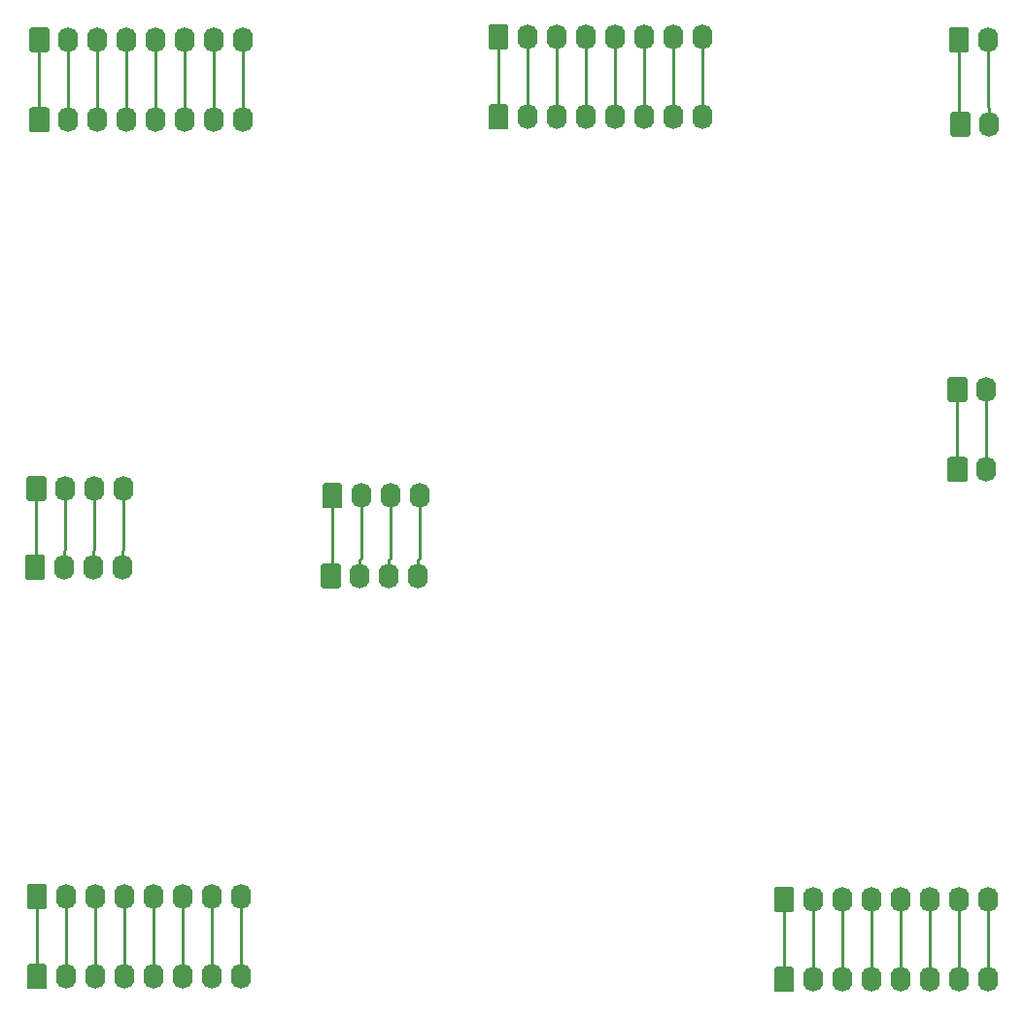
<source format=gbr>
G04 #@! TF.GenerationSoftware,KiCad,Pcbnew,(5.1.5-0-10_14)*
G04 #@! TF.CreationDate,2021-03-15T06:00:06+10:00*
G04 #@! TF.ProjectId,OH - General Purpose Small PCB,4f48202d-2047-4656-9e65-72616c205075,rev?*
G04 #@! TF.SameCoordinates,Original*
G04 #@! TF.FileFunction,Copper,L1,Top*
G04 #@! TF.FilePolarity,Positive*
%FSLAX46Y46*%
G04 Gerber Fmt 4.6, Leading zero omitted, Abs format (unit mm)*
G04 Created by KiCad (PCBNEW (5.1.5-0-10_14)) date 2021-03-15 06:00:06*
%MOMM*%
%LPD*%
G04 APERTURE LIST*
%ADD10O,1.740000X2.200000*%
%ADD11C,0.100000*%
%ADD12C,0.250000*%
G04 APERTURE END LIST*
D10*
X54610000Y-88646000D03*
X52070000Y-88646000D03*
X49530000Y-88646000D03*
G04 #@! TA.AperFunction,ComponentPad*
D11*
G36*
X47634505Y-87547204D02*
G01*
X47658773Y-87550804D01*
X47682572Y-87556765D01*
X47705671Y-87565030D01*
X47727850Y-87575520D01*
X47748893Y-87588132D01*
X47768599Y-87602747D01*
X47786777Y-87619223D01*
X47803253Y-87637401D01*
X47817868Y-87657107D01*
X47830480Y-87678150D01*
X47840970Y-87700329D01*
X47849235Y-87723428D01*
X47855196Y-87747227D01*
X47858796Y-87771495D01*
X47860000Y-87795999D01*
X47860000Y-89496001D01*
X47858796Y-89520505D01*
X47855196Y-89544773D01*
X47849235Y-89568572D01*
X47840970Y-89591671D01*
X47830480Y-89613850D01*
X47817868Y-89634893D01*
X47803253Y-89654599D01*
X47786777Y-89672777D01*
X47768599Y-89689253D01*
X47748893Y-89703868D01*
X47727850Y-89716480D01*
X47705671Y-89726970D01*
X47682572Y-89735235D01*
X47658773Y-89741196D01*
X47634505Y-89744796D01*
X47610001Y-89746000D01*
X46369999Y-89746000D01*
X46345495Y-89744796D01*
X46321227Y-89741196D01*
X46297428Y-89735235D01*
X46274329Y-89726970D01*
X46252150Y-89716480D01*
X46231107Y-89703868D01*
X46211401Y-89689253D01*
X46193223Y-89672777D01*
X46176747Y-89654599D01*
X46162132Y-89634893D01*
X46149520Y-89613850D01*
X46139030Y-89591671D01*
X46130765Y-89568572D01*
X46124804Y-89544773D01*
X46121204Y-89520505D01*
X46120000Y-89496001D01*
X46120000Y-87795999D01*
X46121204Y-87771495D01*
X46124804Y-87747227D01*
X46130765Y-87723428D01*
X46139030Y-87700329D01*
X46149520Y-87678150D01*
X46162132Y-87657107D01*
X46176747Y-87637401D01*
X46193223Y-87619223D01*
X46211401Y-87602747D01*
X46231107Y-87588132D01*
X46252150Y-87575520D01*
X46274329Y-87565030D01*
X46297428Y-87556765D01*
X46321227Y-87550804D01*
X46345495Y-87547204D01*
X46369999Y-87546000D01*
X47610001Y-87546000D01*
X47634505Y-87547204D01*
G37*
G04 #@! TD.AperFunction*
D10*
X80391000Y-89281000D03*
X77851000Y-89281000D03*
X75311000Y-89281000D03*
G04 #@! TA.AperFunction,ComponentPad*
D11*
G36*
X73415505Y-88182204D02*
G01*
X73439773Y-88185804D01*
X73463572Y-88191765D01*
X73486671Y-88200030D01*
X73508850Y-88210520D01*
X73529893Y-88223132D01*
X73549599Y-88237747D01*
X73567777Y-88254223D01*
X73584253Y-88272401D01*
X73598868Y-88292107D01*
X73611480Y-88313150D01*
X73621970Y-88335329D01*
X73630235Y-88358428D01*
X73636196Y-88382227D01*
X73639796Y-88406495D01*
X73641000Y-88430999D01*
X73641000Y-90131001D01*
X73639796Y-90155505D01*
X73636196Y-90179773D01*
X73630235Y-90203572D01*
X73621970Y-90226671D01*
X73611480Y-90248850D01*
X73598868Y-90269893D01*
X73584253Y-90289599D01*
X73567777Y-90307777D01*
X73549599Y-90324253D01*
X73529893Y-90338868D01*
X73508850Y-90351480D01*
X73486671Y-90361970D01*
X73463572Y-90370235D01*
X73439773Y-90376196D01*
X73415505Y-90379796D01*
X73391001Y-90381000D01*
X72150999Y-90381000D01*
X72126495Y-90379796D01*
X72102227Y-90376196D01*
X72078428Y-90370235D01*
X72055329Y-90361970D01*
X72033150Y-90351480D01*
X72012107Y-90338868D01*
X71992401Y-90324253D01*
X71974223Y-90307777D01*
X71957747Y-90289599D01*
X71943132Y-90269893D01*
X71930520Y-90248850D01*
X71920030Y-90226671D01*
X71911765Y-90203572D01*
X71905804Y-90179773D01*
X71902204Y-90155505D01*
X71901000Y-90131001D01*
X71901000Y-88430999D01*
X71902204Y-88406495D01*
X71905804Y-88382227D01*
X71911765Y-88358428D01*
X71920030Y-88335329D01*
X71930520Y-88313150D01*
X71943132Y-88292107D01*
X71957747Y-88272401D01*
X71974223Y-88254223D01*
X71992401Y-88237747D01*
X72012107Y-88223132D01*
X72033150Y-88210520D01*
X72055329Y-88200030D01*
X72078428Y-88191765D01*
X72102227Y-88185804D01*
X72126495Y-88182204D01*
X72150999Y-88181000D01*
X73391001Y-88181000D01*
X73415505Y-88182204D01*
G37*
G04 #@! TD.AperFunction*
D10*
X129921000Y-49530000D03*
G04 #@! TA.AperFunction,ComponentPad*
D11*
G36*
X128025505Y-48431204D02*
G01*
X128049773Y-48434804D01*
X128073572Y-48440765D01*
X128096671Y-48449030D01*
X128118850Y-48459520D01*
X128139893Y-48472132D01*
X128159599Y-48486747D01*
X128177777Y-48503223D01*
X128194253Y-48521401D01*
X128208868Y-48541107D01*
X128221480Y-48562150D01*
X128231970Y-48584329D01*
X128240235Y-48607428D01*
X128246196Y-48631227D01*
X128249796Y-48655495D01*
X128251000Y-48679999D01*
X128251000Y-50380001D01*
X128249796Y-50404505D01*
X128246196Y-50428773D01*
X128240235Y-50452572D01*
X128231970Y-50475671D01*
X128221480Y-50497850D01*
X128208868Y-50518893D01*
X128194253Y-50538599D01*
X128177777Y-50556777D01*
X128159599Y-50573253D01*
X128139893Y-50587868D01*
X128118850Y-50600480D01*
X128096671Y-50610970D01*
X128073572Y-50619235D01*
X128049773Y-50625196D01*
X128025505Y-50628796D01*
X128001001Y-50630000D01*
X126760999Y-50630000D01*
X126736495Y-50628796D01*
X126712227Y-50625196D01*
X126688428Y-50619235D01*
X126665329Y-50610970D01*
X126643150Y-50600480D01*
X126622107Y-50587868D01*
X126602401Y-50573253D01*
X126584223Y-50556777D01*
X126567747Y-50538599D01*
X126553132Y-50518893D01*
X126540520Y-50497850D01*
X126530030Y-50475671D01*
X126521765Y-50452572D01*
X126515804Y-50428773D01*
X126512204Y-50404505D01*
X126511000Y-50380001D01*
X126511000Y-48679999D01*
X126512204Y-48655495D01*
X126515804Y-48631227D01*
X126521765Y-48607428D01*
X126530030Y-48584329D01*
X126540520Y-48562150D01*
X126553132Y-48541107D01*
X126567747Y-48521401D01*
X126584223Y-48503223D01*
X126602401Y-48486747D01*
X126622107Y-48472132D01*
X126643150Y-48459520D01*
X126665329Y-48449030D01*
X126688428Y-48440765D01*
X126712227Y-48434804D01*
X126736495Y-48431204D01*
X126760999Y-48430000D01*
X128001001Y-48430000D01*
X128025505Y-48431204D01*
G37*
G04 #@! TD.AperFunction*
D10*
X129794000Y-80010000D03*
G04 #@! TA.AperFunction,ComponentPad*
D11*
G36*
X127898505Y-78911204D02*
G01*
X127922773Y-78914804D01*
X127946572Y-78920765D01*
X127969671Y-78929030D01*
X127991850Y-78939520D01*
X128012893Y-78952132D01*
X128032599Y-78966747D01*
X128050777Y-78983223D01*
X128067253Y-79001401D01*
X128081868Y-79021107D01*
X128094480Y-79042150D01*
X128104970Y-79064329D01*
X128113235Y-79087428D01*
X128119196Y-79111227D01*
X128122796Y-79135495D01*
X128124000Y-79159999D01*
X128124000Y-80860001D01*
X128122796Y-80884505D01*
X128119196Y-80908773D01*
X128113235Y-80932572D01*
X128104970Y-80955671D01*
X128094480Y-80977850D01*
X128081868Y-80998893D01*
X128067253Y-81018599D01*
X128050777Y-81036777D01*
X128032599Y-81053253D01*
X128012893Y-81067868D01*
X127991850Y-81080480D01*
X127969671Y-81090970D01*
X127946572Y-81099235D01*
X127922773Y-81105196D01*
X127898505Y-81108796D01*
X127874001Y-81110000D01*
X126633999Y-81110000D01*
X126609495Y-81108796D01*
X126585227Y-81105196D01*
X126561428Y-81099235D01*
X126538329Y-81090970D01*
X126516150Y-81080480D01*
X126495107Y-81067868D01*
X126475401Y-81053253D01*
X126457223Y-81036777D01*
X126440747Y-81018599D01*
X126426132Y-80998893D01*
X126413520Y-80977850D01*
X126403030Y-80955671D01*
X126394765Y-80932572D01*
X126388804Y-80908773D01*
X126385204Y-80884505D01*
X126384000Y-80860001D01*
X126384000Y-79159999D01*
X126385204Y-79135495D01*
X126388804Y-79111227D01*
X126394765Y-79087428D01*
X126403030Y-79064329D01*
X126413520Y-79042150D01*
X126426132Y-79021107D01*
X126440747Y-79001401D01*
X126457223Y-78983223D01*
X126475401Y-78966747D01*
X126495107Y-78952132D01*
X126516150Y-78939520D01*
X126538329Y-78929030D01*
X126561428Y-78920765D01*
X126585227Y-78914804D01*
X126609495Y-78911204D01*
X126633999Y-78910000D01*
X127874001Y-78910000D01*
X127898505Y-78911204D01*
G37*
G04 #@! TD.AperFunction*
D10*
X54483000Y-95504000D03*
X51943000Y-95504000D03*
X49403000Y-95504000D03*
G04 #@! TA.AperFunction,ComponentPad*
D11*
G36*
X47507505Y-94405204D02*
G01*
X47531773Y-94408804D01*
X47555572Y-94414765D01*
X47578671Y-94423030D01*
X47600850Y-94433520D01*
X47621893Y-94446132D01*
X47641599Y-94460747D01*
X47659777Y-94477223D01*
X47676253Y-94495401D01*
X47690868Y-94515107D01*
X47703480Y-94536150D01*
X47713970Y-94558329D01*
X47722235Y-94581428D01*
X47728196Y-94605227D01*
X47731796Y-94629495D01*
X47733000Y-94653999D01*
X47733000Y-96354001D01*
X47731796Y-96378505D01*
X47728196Y-96402773D01*
X47722235Y-96426572D01*
X47713970Y-96449671D01*
X47703480Y-96471850D01*
X47690868Y-96492893D01*
X47676253Y-96512599D01*
X47659777Y-96530777D01*
X47641599Y-96547253D01*
X47621893Y-96561868D01*
X47600850Y-96574480D01*
X47578671Y-96584970D01*
X47555572Y-96593235D01*
X47531773Y-96599196D01*
X47507505Y-96602796D01*
X47483001Y-96604000D01*
X46242999Y-96604000D01*
X46218495Y-96602796D01*
X46194227Y-96599196D01*
X46170428Y-96593235D01*
X46147329Y-96584970D01*
X46125150Y-96574480D01*
X46104107Y-96561868D01*
X46084401Y-96547253D01*
X46066223Y-96530777D01*
X46049747Y-96512599D01*
X46035132Y-96492893D01*
X46022520Y-96471850D01*
X46012030Y-96449671D01*
X46003765Y-96426572D01*
X45997804Y-96402773D01*
X45994204Y-96378505D01*
X45993000Y-96354001D01*
X45993000Y-94653999D01*
X45994204Y-94629495D01*
X45997804Y-94605227D01*
X46003765Y-94581428D01*
X46012030Y-94558329D01*
X46022520Y-94536150D01*
X46035132Y-94515107D01*
X46049747Y-94495401D01*
X46066223Y-94477223D01*
X46084401Y-94460747D01*
X46104107Y-94446132D01*
X46125150Y-94433520D01*
X46147329Y-94423030D01*
X46170428Y-94414765D01*
X46194227Y-94408804D01*
X46218495Y-94405204D01*
X46242999Y-94404000D01*
X47483001Y-94404000D01*
X47507505Y-94405204D01*
G37*
G04 #@! TD.AperFunction*
D10*
X80264000Y-96266000D03*
X77724000Y-96266000D03*
X75184000Y-96266000D03*
G04 #@! TA.AperFunction,ComponentPad*
D11*
G36*
X73288505Y-95167204D02*
G01*
X73312773Y-95170804D01*
X73336572Y-95176765D01*
X73359671Y-95185030D01*
X73381850Y-95195520D01*
X73402893Y-95208132D01*
X73422599Y-95222747D01*
X73440777Y-95239223D01*
X73457253Y-95257401D01*
X73471868Y-95277107D01*
X73484480Y-95298150D01*
X73494970Y-95320329D01*
X73503235Y-95343428D01*
X73509196Y-95367227D01*
X73512796Y-95391495D01*
X73514000Y-95415999D01*
X73514000Y-97116001D01*
X73512796Y-97140505D01*
X73509196Y-97164773D01*
X73503235Y-97188572D01*
X73494970Y-97211671D01*
X73484480Y-97233850D01*
X73471868Y-97254893D01*
X73457253Y-97274599D01*
X73440777Y-97292777D01*
X73422599Y-97309253D01*
X73402893Y-97323868D01*
X73381850Y-97336480D01*
X73359671Y-97346970D01*
X73336572Y-97355235D01*
X73312773Y-97361196D01*
X73288505Y-97364796D01*
X73264001Y-97366000D01*
X72023999Y-97366000D01*
X71999495Y-97364796D01*
X71975227Y-97361196D01*
X71951428Y-97355235D01*
X71928329Y-97346970D01*
X71906150Y-97336480D01*
X71885107Y-97323868D01*
X71865401Y-97309253D01*
X71847223Y-97292777D01*
X71830747Y-97274599D01*
X71816132Y-97254893D01*
X71803520Y-97233850D01*
X71793030Y-97211671D01*
X71784765Y-97188572D01*
X71778804Y-97164773D01*
X71775204Y-97140505D01*
X71774000Y-97116001D01*
X71774000Y-95415999D01*
X71775204Y-95391495D01*
X71778804Y-95367227D01*
X71784765Y-95343428D01*
X71793030Y-95320329D01*
X71803520Y-95298150D01*
X71816132Y-95277107D01*
X71830747Y-95257401D01*
X71847223Y-95239223D01*
X71865401Y-95222747D01*
X71885107Y-95208132D01*
X71906150Y-95195520D01*
X71928329Y-95185030D01*
X71951428Y-95176765D01*
X71975227Y-95170804D01*
X71999495Y-95167204D01*
X72023999Y-95166000D01*
X73264001Y-95166000D01*
X73288505Y-95167204D01*
G37*
G04 #@! TD.AperFunction*
D10*
X130048000Y-56896000D03*
G04 #@! TA.AperFunction,ComponentPad*
D11*
G36*
X128152505Y-55797204D02*
G01*
X128176773Y-55800804D01*
X128200572Y-55806765D01*
X128223671Y-55815030D01*
X128245850Y-55825520D01*
X128266893Y-55838132D01*
X128286599Y-55852747D01*
X128304777Y-55869223D01*
X128321253Y-55887401D01*
X128335868Y-55907107D01*
X128348480Y-55928150D01*
X128358970Y-55950329D01*
X128367235Y-55973428D01*
X128373196Y-55997227D01*
X128376796Y-56021495D01*
X128378000Y-56045999D01*
X128378000Y-57746001D01*
X128376796Y-57770505D01*
X128373196Y-57794773D01*
X128367235Y-57818572D01*
X128358970Y-57841671D01*
X128348480Y-57863850D01*
X128335868Y-57884893D01*
X128321253Y-57904599D01*
X128304777Y-57922777D01*
X128286599Y-57939253D01*
X128266893Y-57953868D01*
X128245850Y-57966480D01*
X128223671Y-57976970D01*
X128200572Y-57985235D01*
X128176773Y-57991196D01*
X128152505Y-57994796D01*
X128128001Y-57996000D01*
X126887999Y-57996000D01*
X126863495Y-57994796D01*
X126839227Y-57991196D01*
X126815428Y-57985235D01*
X126792329Y-57976970D01*
X126770150Y-57966480D01*
X126749107Y-57953868D01*
X126729401Y-57939253D01*
X126711223Y-57922777D01*
X126694747Y-57904599D01*
X126680132Y-57884893D01*
X126667520Y-57863850D01*
X126657030Y-57841671D01*
X126648765Y-57818572D01*
X126642804Y-57794773D01*
X126639204Y-57770505D01*
X126638000Y-57746001D01*
X126638000Y-56045999D01*
X126639204Y-56021495D01*
X126642804Y-55997227D01*
X126648765Y-55973428D01*
X126657030Y-55950329D01*
X126667520Y-55928150D01*
X126680132Y-55907107D01*
X126694747Y-55887401D01*
X126711223Y-55869223D01*
X126729401Y-55852747D01*
X126749107Y-55838132D01*
X126770150Y-55825520D01*
X126792329Y-55815030D01*
X126815428Y-55806765D01*
X126839227Y-55800804D01*
X126863495Y-55797204D01*
X126887999Y-55796000D01*
X128128001Y-55796000D01*
X128152505Y-55797204D01*
G37*
G04 #@! TD.AperFunction*
D10*
X129794000Y-86995000D03*
G04 #@! TA.AperFunction,ComponentPad*
D11*
G36*
X127898505Y-85896204D02*
G01*
X127922773Y-85899804D01*
X127946572Y-85905765D01*
X127969671Y-85914030D01*
X127991850Y-85924520D01*
X128012893Y-85937132D01*
X128032599Y-85951747D01*
X128050777Y-85968223D01*
X128067253Y-85986401D01*
X128081868Y-86006107D01*
X128094480Y-86027150D01*
X128104970Y-86049329D01*
X128113235Y-86072428D01*
X128119196Y-86096227D01*
X128122796Y-86120495D01*
X128124000Y-86144999D01*
X128124000Y-87845001D01*
X128122796Y-87869505D01*
X128119196Y-87893773D01*
X128113235Y-87917572D01*
X128104970Y-87940671D01*
X128094480Y-87962850D01*
X128081868Y-87983893D01*
X128067253Y-88003599D01*
X128050777Y-88021777D01*
X128032599Y-88038253D01*
X128012893Y-88052868D01*
X127991850Y-88065480D01*
X127969671Y-88075970D01*
X127946572Y-88084235D01*
X127922773Y-88090196D01*
X127898505Y-88093796D01*
X127874001Y-88095000D01*
X126633999Y-88095000D01*
X126609495Y-88093796D01*
X126585227Y-88090196D01*
X126561428Y-88084235D01*
X126538329Y-88075970D01*
X126516150Y-88065480D01*
X126495107Y-88052868D01*
X126475401Y-88038253D01*
X126457223Y-88021777D01*
X126440747Y-88003599D01*
X126426132Y-87983893D01*
X126413520Y-87962850D01*
X126403030Y-87940671D01*
X126394765Y-87917572D01*
X126388804Y-87893773D01*
X126385204Y-87869505D01*
X126384000Y-87845001D01*
X126384000Y-86144999D01*
X126385204Y-86120495D01*
X126388804Y-86096227D01*
X126394765Y-86072428D01*
X126403030Y-86049329D01*
X126413520Y-86027150D01*
X126426132Y-86006107D01*
X126440747Y-85986401D01*
X126457223Y-85968223D01*
X126475401Y-85951747D01*
X126495107Y-85937132D01*
X126516150Y-85924520D01*
X126538329Y-85914030D01*
X126561428Y-85905765D01*
X126585227Y-85899804D01*
X126609495Y-85896204D01*
X126633999Y-85895000D01*
X127874001Y-85895000D01*
X127898505Y-85896204D01*
G37*
G04 #@! TD.AperFunction*
D10*
X105029000Y-49276000D03*
X102489000Y-49276000D03*
X99949000Y-49276000D03*
X97409000Y-49276000D03*
X94869000Y-49276000D03*
X92329000Y-49276000D03*
X89789000Y-49276000D03*
G04 #@! TA.AperFunction,ComponentPad*
D11*
G36*
X87893505Y-48177204D02*
G01*
X87917773Y-48180804D01*
X87941572Y-48186765D01*
X87964671Y-48195030D01*
X87986850Y-48205520D01*
X88007893Y-48218132D01*
X88027599Y-48232747D01*
X88045777Y-48249223D01*
X88062253Y-48267401D01*
X88076868Y-48287107D01*
X88089480Y-48308150D01*
X88099970Y-48330329D01*
X88108235Y-48353428D01*
X88114196Y-48377227D01*
X88117796Y-48401495D01*
X88119000Y-48425999D01*
X88119000Y-50126001D01*
X88117796Y-50150505D01*
X88114196Y-50174773D01*
X88108235Y-50198572D01*
X88099970Y-50221671D01*
X88089480Y-50243850D01*
X88076868Y-50264893D01*
X88062253Y-50284599D01*
X88045777Y-50302777D01*
X88027599Y-50319253D01*
X88007893Y-50333868D01*
X87986850Y-50346480D01*
X87964671Y-50356970D01*
X87941572Y-50365235D01*
X87917773Y-50371196D01*
X87893505Y-50374796D01*
X87869001Y-50376000D01*
X86628999Y-50376000D01*
X86604495Y-50374796D01*
X86580227Y-50371196D01*
X86556428Y-50365235D01*
X86533329Y-50356970D01*
X86511150Y-50346480D01*
X86490107Y-50333868D01*
X86470401Y-50319253D01*
X86452223Y-50302777D01*
X86435747Y-50284599D01*
X86421132Y-50264893D01*
X86408520Y-50243850D01*
X86398030Y-50221671D01*
X86389765Y-50198572D01*
X86383804Y-50174773D01*
X86380204Y-50150505D01*
X86379000Y-50126001D01*
X86379000Y-48425999D01*
X86380204Y-48401495D01*
X86383804Y-48377227D01*
X86389765Y-48353428D01*
X86398030Y-48330329D01*
X86408520Y-48308150D01*
X86421132Y-48287107D01*
X86435747Y-48267401D01*
X86452223Y-48249223D01*
X86470401Y-48232747D01*
X86490107Y-48218132D01*
X86511150Y-48205520D01*
X86533329Y-48195030D01*
X86556428Y-48186765D01*
X86580227Y-48180804D01*
X86604495Y-48177204D01*
X86628999Y-48176000D01*
X87869001Y-48176000D01*
X87893505Y-48177204D01*
G37*
G04 #@! TD.AperFunction*
D10*
X65024000Y-49530000D03*
X62484000Y-49530000D03*
X59944000Y-49530000D03*
X57404000Y-49530000D03*
X54864000Y-49530000D03*
X52324000Y-49530000D03*
X49784000Y-49530000D03*
G04 #@! TA.AperFunction,ComponentPad*
D11*
G36*
X47888505Y-48431204D02*
G01*
X47912773Y-48434804D01*
X47936572Y-48440765D01*
X47959671Y-48449030D01*
X47981850Y-48459520D01*
X48002893Y-48472132D01*
X48022599Y-48486747D01*
X48040777Y-48503223D01*
X48057253Y-48521401D01*
X48071868Y-48541107D01*
X48084480Y-48562150D01*
X48094970Y-48584329D01*
X48103235Y-48607428D01*
X48109196Y-48631227D01*
X48112796Y-48655495D01*
X48114000Y-48679999D01*
X48114000Y-50380001D01*
X48112796Y-50404505D01*
X48109196Y-50428773D01*
X48103235Y-50452572D01*
X48094970Y-50475671D01*
X48084480Y-50497850D01*
X48071868Y-50518893D01*
X48057253Y-50538599D01*
X48040777Y-50556777D01*
X48022599Y-50573253D01*
X48002893Y-50587868D01*
X47981850Y-50600480D01*
X47959671Y-50610970D01*
X47936572Y-50619235D01*
X47912773Y-50625196D01*
X47888505Y-50628796D01*
X47864001Y-50630000D01*
X46623999Y-50630000D01*
X46599495Y-50628796D01*
X46575227Y-50625196D01*
X46551428Y-50619235D01*
X46528329Y-50610970D01*
X46506150Y-50600480D01*
X46485107Y-50587868D01*
X46465401Y-50573253D01*
X46447223Y-50556777D01*
X46430747Y-50538599D01*
X46416132Y-50518893D01*
X46403520Y-50497850D01*
X46393030Y-50475671D01*
X46384765Y-50452572D01*
X46378804Y-50428773D01*
X46375204Y-50404505D01*
X46374000Y-50380001D01*
X46374000Y-48679999D01*
X46375204Y-48655495D01*
X46378804Y-48631227D01*
X46384765Y-48607428D01*
X46393030Y-48584329D01*
X46403520Y-48562150D01*
X46416132Y-48541107D01*
X46430747Y-48521401D01*
X46447223Y-48503223D01*
X46465401Y-48486747D01*
X46485107Y-48472132D01*
X46506150Y-48459520D01*
X46528329Y-48449030D01*
X46551428Y-48440765D01*
X46575227Y-48434804D01*
X46599495Y-48431204D01*
X46623999Y-48430000D01*
X47864001Y-48430000D01*
X47888505Y-48431204D01*
G37*
G04 #@! TD.AperFunction*
D10*
X129921000Y-124460000D03*
X127381000Y-124460000D03*
X124841000Y-124460000D03*
X122301000Y-124460000D03*
X119761000Y-124460000D03*
X117221000Y-124460000D03*
X114681000Y-124460000D03*
G04 #@! TA.AperFunction,ComponentPad*
D11*
G36*
X112785505Y-123361204D02*
G01*
X112809773Y-123364804D01*
X112833572Y-123370765D01*
X112856671Y-123379030D01*
X112878850Y-123389520D01*
X112899893Y-123402132D01*
X112919599Y-123416747D01*
X112937777Y-123433223D01*
X112954253Y-123451401D01*
X112968868Y-123471107D01*
X112981480Y-123492150D01*
X112991970Y-123514329D01*
X113000235Y-123537428D01*
X113006196Y-123561227D01*
X113009796Y-123585495D01*
X113011000Y-123609999D01*
X113011000Y-125310001D01*
X113009796Y-125334505D01*
X113006196Y-125358773D01*
X113000235Y-125382572D01*
X112991970Y-125405671D01*
X112981480Y-125427850D01*
X112968868Y-125448893D01*
X112954253Y-125468599D01*
X112937777Y-125486777D01*
X112919599Y-125503253D01*
X112899893Y-125517868D01*
X112878850Y-125530480D01*
X112856671Y-125540970D01*
X112833572Y-125549235D01*
X112809773Y-125555196D01*
X112785505Y-125558796D01*
X112761001Y-125560000D01*
X111520999Y-125560000D01*
X111496495Y-125558796D01*
X111472227Y-125555196D01*
X111448428Y-125549235D01*
X111425329Y-125540970D01*
X111403150Y-125530480D01*
X111382107Y-125517868D01*
X111362401Y-125503253D01*
X111344223Y-125486777D01*
X111327747Y-125468599D01*
X111313132Y-125448893D01*
X111300520Y-125427850D01*
X111290030Y-125405671D01*
X111281765Y-125382572D01*
X111275804Y-125358773D01*
X111272204Y-125334505D01*
X111271000Y-125310001D01*
X111271000Y-123609999D01*
X111272204Y-123585495D01*
X111275804Y-123561227D01*
X111281765Y-123537428D01*
X111290030Y-123514329D01*
X111300520Y-123492150D01*
X111313132Y-123471107D01*
X111327747Y-123451401D01*
X111344223Y-123433223D01*
X111362401Y-123416747D01*
X111382107Y-123402132D01*
X111403150Y-123389520D01*
X111425329Y-123379030D01*
X111448428Y-123370765D01*
X111472227Y-123364804D01*
X111496495Y-123361204D01*
X111520999Y-123360000D01*
X112761001Y-123360000D01*
X112785505Y-123361204D01*
G37*
G04 #@! TD.AperFunction*
D10*
X64817000Y-124206000D03*
X62277000Y-124206000D03*
X59737000Y-124206000D03*
X57197000Y-124206000D03*
X54657000Y-124206000D03*
X52117000Y-124206000D03*
X49577000Y-124206000D03*
G04 #@! TA.AperFunction,ComponentPad*
D11*
G36*
X47681505Y-123107204D02*
G01*
X47705773Y-123110804D01*
X47729572Y-123116765D01*
X47752671Y-123125030D01*
X47774850Y-123135520D01*
X47795893Y-123148132D01*
X47815599Y-123162747D01*
X47833777Y-123179223D01*
X47850253Y-123197401D01*
X47864868Y-123217107D01*
X47877480Y-123238150D01*
X47887970Y-123260329D01*
X47896235Y-123283428D01*
X47902196Y-123307227D01*
X47905796Y-123331495D01*
X47907000Y-123355999D01*
X47907000Y-125056001D01*
X47905796Y-125080505D01*
X47902196Y-125104773D01*
X47896235Y-125128572D01*
X47887970Y-125151671D01*
X47877480Y-125173850D01*
X47864868Y-125194893D01*
X47850253Y-125214599D01*
X47833777Y-125232777D01*
X47815599Y-125249253D01*
X47795893Y-125263868D01*
X47774850Y-125276480D01*
X47752671Y-125286970D01*
X47729572Y-125295235D01*
X47705773Y-125301196D01*
X47681505Y-125304796D01*
X47657001Y-125306000D01*
X46416999Y-125306000D01*
X46392495Y-125304796D01*
X46368227Y-125301196D01*
X46344428Y-125295235D01*
X46321329Y-125286970D01*
X46299150Y-125276480D01*
X46278107Y-125263868D01*
X46258401Y-125249253D01*
X46240223Y-125232777D01*
X46223747Y-125214599D01*
X46209132Y-125194893D01*
X46196520Y-125173850D01*
X46186030Y-125151671D01*
X46177765Y-125128572D01*
X46171804Y-125104773D01*
X46168204Y-125080505D01*
X46167000Y-125056001D01*
X46167000Y-123355999D01*
X46168204Y-123331495D01*
X46171804Y-123307227D01*
X46177765Y-123283428D01*
X46186030Y-123260329D01*
X46196520Y-123238150D01*
X46209132Y-123217107D01*
X46223747Y-123197401D01*
X46240223Y-123179223D01*
X46258401Y-123162747D01*
X46278107Y-123148132D01*
X46299150Y-123135520D01*
X46321329Y-123125030D01*
X46344428Y-123116765D01*
X46368227Y-123110804D01*
X46392495Y-123107204D01*
X46416999Y-123106000D01*
X47657001Y-123106000D01*
X47681505Y-123107204D01*
G37*
G04 #@! TD.AperFunction*
D10*
X105029000Y-56261000D03*
X102489000Y-56261000D03*
X99949000Y-56261000D03*
X97409000Y-56261000D03*
X94869000Y-56261000D03*
X92329000Y-56261000D03*
X89789000Y-56261000D03*
G04 #@! TA.AperFunction,ComponentPad*
D11*
G36*
X87893505Y-55162204D02*
G01*
X87917773Y-55165804D01*
X87941572Y-55171765D01*
X87964671Y-55180030D01*
X87986850Y-55190520D01*
X88007893Y-55203132D01*
X88027599Y-55217747D01*
X88045777Y-55234223D01*
X88062253Y-55252401D01*
X88076868Y-55272107D01*
X88089480Y-55293150D01*
X88099970Y-55315329D01*
X88108235Y-55338428D01*
X88114196Y-55362227D01*
X88117796Y-55386495D01*
X88119000Y-55410999D01*
X88119000Y-57111001D01*
X88117796Y-57135505D01*
X88114196Y-57159773D01*
X88108235Y-57183572D01*
X88099970Y-57206671D01*
X88089480Y-57228850D01*
X88076868Y-57249893D01*
X88062253Y-57269599D01*
X88045777Y-57287777D01*
X88027599Y-57304253D01*
X88007893Y-57318868D01*
X87986850Y-57331480D01*
X87964671Y-57341970D01*
X87941572Y-57350235D01*
X87917773Y-57356196D01*
X87893505Y-57359796D01*
X87869001Y-57361000D01*
X86628999Y-57361000D01*
X86604495Y-57359796D01*
X86580227Y-57356196D01*
X86556428Y-57350235D01*
X86533329Y-57341970D01*
X86511150Y-57331480D01*
X86490107Y-57318868D01*
X86470401Y-57304253D01*
X86452223Y-57287777D01*
X86435747Y-57269599D01*
X86421132Y-57249893D01*
X86408520Y-57228850D01*
X86398030Y-57206671D01*
X86389765Y-57183572D01*
X86383804Y-57159773D01*
X86380204Y-57135505D01*
X86379000Y-57111001D01*
X86379000Y-55410999D01*
X86380204Y-55386495D01*
X86383804Y-55362227D01*
X86389765Y-55338428D01*
X86398030Y-55315329D01*
X86408520Y-55293150D01*
X86421132Y-55272107D01*
X86435747Y-55252401D01*
X86452223Y-55234223D01*
X86470401Y-55217747D01*
X86490107Y-55203132D01*
X86511150Y-55190520D01*
X86533329Y-55180030D01*
X86556428Y-55171765D01*
X86580227Y-55165804D01*
X86604495Y-55162204D01*
X86628999Y-55161000D01*
X87869001Y-55161000D01*
X87893505Y-55162204D01*
G37*
G04 #@! TD.AperFunction*
D10*
X65024000Y-56515000D03*
X62484000Y-56515000D03*
X59944000Y-56515000D03*
X57404000Y-56515000D03*
X54864000Y-56515000D03*
X52324000Y-56515000D03*
X49784000Y-56515000D03*
G04 #@! TA.AperFunction,ComponentPad*
D11*
G36*
X47888505Y-55416204D02*
G01*
X47912773Y-55419804D01*
X47936572Y-55425765D01*
X47959671Y-55434030D01*
X47981850Y-55444520D01*
X48002893Y-55457132D01*
X48022599Y-55471747D01*
X48040777Y-55488223D01*
X48057253Y-55506401D01*
X48071868Y-55526107D01*
X48084480Y-55547150D01*
X48094970Y-55569329D01*
X48103235Y-55592428D01*
X48109196Y-55616227D01*
X48112796Y-55640495D01*
X48114000Y-55664999D01*
X48114000Y-57365001D01*
X48112796Y-57389505D01*
X48109196Y-57413773D01*
X48103235Y-57437572D01*
X48094970Y-57460671D01*
X48084480Y-57482850D01*
X48071868Y-57503893D01*
X48057253Y-57523599D01*
X48040777Y-57541777D01*
X48022599Y-57558253D01*
X48002893Y-57572868D01*
X47981850Y-57585480D01*
X47959671Y-57595970D01*
X47936572Y-57604235D01*
X47912773Y-57610196D01*
X47888505Y-57613796D01*
X47864001Y-57615000D01*
X46623999Y-57615000D01*
X46599495Y-57613796D01*
X46575227Y-57610196D01*
X46551428Y-57604235D01*
X46528329Y-57595970D01*
X46506150Y-57585480D01*
X46485107Y-57572868D01*
X46465401Y-57558253D01*
X46447223Y-57541777D01*
X46430747Y-57523599D01*
X46416132Y-57503893D01*
X46403520Y-57482850D01*
X46393030Y-57460671D01*
X46384765Y-57437572D01*
X46378804Y-57413773D01*
X46375204Y-57389505D01*
X46374000Y-57365001D01*
X46374000Y-55664999D01*
X46375204Y-55640495D01*
X46378804Y-55616227D01*
X46384765Y-55592428D01*
X46393030Y-55569329D01*
X46403520Y-55547150D01*
X46416132Y-55526107D01*
X46430747Y-55506401D01*
X46447223Y-55488223D01*
X46465401Y-55471747D01*
X46485107Y-55457132D01*
X46506150Y-55444520D01*
X46528329Y-55434030D01*
X46551428Y-55425765D01*
X46575227Y-55419804D01*
X46599495Y-55416204D01*
X46623999Y-55415000D01*
X47864001Y-55415000D01*
X47888505Y-55416204D01*
G37*
G04 #@! TD.AperFunction*
D10*
X129921000Y-131445000D03*
X127381000Y-131445000D03*
X124841000Y-131445000D03*
X122301000Y-131445000D03*
X119761000Y-131445000D03*
X117221000Y-131445000D03*
X114681000Y-131445000D03*
G04 #@! TA.AperFunction,ComponentPad*
D11*
G36*
X112785505Y-130346204D02*
G01*
X112809773Y-130349804D01*
X112833572Y-130355765D01*
X112856671Y-130364030D01*
X112878850Y-130374520D01*
X112899893Y-130387132D01*
X112919599Y-130401747D01*
X112937777Y-130418223D01*
X112954253Y-130436401D01*
X112968868Y-130456107D01*
X112981480Y-130477150D01*
X112991970Y-130499329D01*
X113000235Y-130522428D01*
X113006196Y-130546227D01*
X113009796Y-130570495D01*
X113011000Y-130594999D01*
X113011000Y-132295001D01*
X113009796Y-132319505D01*
X113006196Y-132343773D01*
X113000235Y-132367572D01*
X112991970Y-132390671D01*
X112981480Y-132412850D01*
X112968868Y-132433893D01*
X112954253Y-132453599D01*
X112937777Y-132471777D01*
X112919599Y-132488253D01*
X112899893Y-132502868D01*
X112878850Y-132515480D01*
X112856671Y-132525970D01*
X112833572Y-132534235D01*
X112809773Y-132540196D01*
X112785505Y-132543796D01*
X112761001Y-132545000D01*
X111520999Y-132545000D01*
X111496495Y-132543796D01*
X111472227Y-132540196D01*
X111448428Y-132534235D01*
X111425329Y-132525970D01*
X111403150Y-132515480D01*
X111382107Y-132502868D01*
X111362401Y-132488253D01*
X111344223Y-132471777D01*
X111327747Y-132453599D01*
X111313132Y-132433893D01*
X111300520Y-132412850D01*
X111290030Y-132390671D01*
X111281765Y-132367572D01*
X111275804Y-132343773D01*
X111272204Y-132319505D01*
X111271000Y-132295001D01*
X111271000Y-130594999D01*
X111272204Y-130570495D01*
X111275804Y-130546227D01*
X111281765Y-130522428D01*
X111290030Y-130499329D01*
X111300520Y-130477150D01*
X111313132Y-130456107D01*
X111327747Y-130436401D01*
X111344223Y-130418223D01*
X111362401Y-130401747D01*
X111382107Y-130387132D01*
X111403150Y-130374520D01*
X111425329Y-130364030D01*
X111448428Y-130355765D01*
X111472227Y-130349804D01*
X111496495Y-130346204D01*
X111520999Y-130345000D01*
X112761001Y-130345000D01*
X112785505Y-130346204D01*
G37*
G04 #@! TD.AperFunction*
D10*
X64817000Y-131191000D03*
X62277000Y-131191000D03*
X59737000Y-131191000D03*
X57197000Y-131191000D03*
X54657000Y-131191000D03*
X52117000Y-131191000D03*
X49577000Y-131191000D03*
G04 #@! TA.AperFunction,ComponentPad*
D11*
G36*
X47681505Y-130092204D02*
G01*
X47705773Y-130095804D01*
X47729572Y-130101765D01*
X47752671Y-130110030D01*
X47774850Y-130120520D01*
X47795893Y-130133132D01*
X47815599Y-130147747D01*
X47833777Y-130164223D01*
X47850253Y-130182401D01*
X47864868Y-130202107D01*
X47877480Y-130223150D01*
X47887970Y-130245329D01*
X47896235Y-130268428D01*
X47902196Y-130292227D01*
X47905796Y-130316495D01*
X47907000Y-130340999D01*
X47907000Y-132041001D01*
X47905796Y-132065505D01*
X47902196Y-132089773D01*
X47896235Y-132113572D01*
X47887970Y-132136671D01*
X47877480Y-132158850D01*
X47864868Y-132179893D01*
X47850253Y-132199599D01*
X47833777Y-132217777D01*
X47815599Y-132234253D01*
X47795893Y-132248868D01*
X47774850Y-132261480D01*
X47752671Y-132271970D01*
X47729572Y-132280235D01*
X47705773Y-132286196D01*
X47681505Y-132289796D01*
X47657001Y-132291000D01*
X46416999Y-132291000D01*
X46392495Y-132289796D01*
X46368227Y-132286196D01*
X46344428Y-132280235D01*
X46321329Y-132271970D01*
X46299150Y-132261480D01*
X46278107Y-132248868D01*
X46258401Y-132234253D01*
X46240223Y-132217777D01*
X46223747Y-132199599D01*
X46209132Y-132179893D01*
X46196520Y-132158850D01*
X46186030Y-132136671D01*
X46177765Y-132113572D01*
X46171804Y-132089773D01*
X46168204Y-132065505D01*
X46167000Y-132041001D01*
X46167000Y-130340999D01*
X46168204Y-130316495D01*
X46171804Y-130292227D01*
X46177765Y-130268428D01*
X46186030Y-130245329D01*
X46196520Y-130223150D01*
X46209132Y-130202107D01*
X46223747Y-130182401D01*
X46240223Y-130164223D01*
X46258401Y-130147747D01*
X46278107Y-130133132D01*
X46299150Y-130120520D01*
X46321329Y-130110030D01*
X46344428Y-130101765D01*
X46368227Y-130095804D01*
X46392495Y-130092204D01*
X46416999Y-130091000D01*
X47657001Y-130091000D01*
X47681505Y-130092204D01*
G37*
G04 #@! TD.AperFunction*
D12*
X64817000Y-131191000D02*
X64817000Y-124206000D01*
X62277000Y-131191000D02*
X62277000Y-124206000D01*
X59737000Y-131191000D02*
X59737000Y-124206000D01*
X57197000Y-131191000D02*
X57197000Y-124206000D01*
X54657000Y-131191000D02*
X54657000Y-124206000D01*
X52117000Y-131191000D02*
X52117000Y-124206000D01*
X49577000Y-131191000D02*
X49577000Y-124206000D01*
X47037000Y-131191000D02*
X47037000Y-124206000D01*
X129921000Y-131445000D02*
X129921000Y-124460000D01*
X127381000Y-131445000D02*
X127381000Y-124460000D01*
X124841000Y-131445000D02*
X124841000Y-124460000D01*
X122301000Y-131445000D02*
X122301000Y-124460000D01*
X119761000Y-131445000D02*
X119761000Y-124460000D01*
X117221000Y-131445000D02*
X117221000Y-124460000D01*
X114681000Y-131445000D02*
X114681000Y-124460000D01*
X112141000Y-131445000D02*
X112141000Y-124460000D01*
X65024000Y-56515000D02*
X65024000Y-49530000D01*
X62484000Y-56515000D02*
X62484000Y-49530000D01*
X59944000Y-56515000D02*
X59944000Y-49530000D01*
X57404000Y-56515000D02*
X57404000Y-49530000D01*
X54864000Y-56515000D02*
X54864000Y-49530000D01*
X52324000Y-56515000D02*
X52324000Y-49530000D01*
X49784000Y-56515000D02*
X49784000Y-49530000D01*
X47244000Y-56515000D02*
X47244000Y-49530000D01*
X105029000Y-56261000D02*
X105029000Y-49276000D01*
X102489000Y-56261000D02*
X102489000Y-49276000D01*
X99949000Y-56261000D02*
X99949000Y-49276000D01*
X97409000Y-56261000D02*
X97409000Y-49276000D01*
X94869000Y-56261000D02*
X94869000Y-49276000D01*
X92329000Y-56261000D02*
X92329000Y-49276000D01*
X89789000Y-56261000D02*
X89789000Y-49276000D01*
X87249000Y-56261000D02*
X87249000Y-49276000D01*
X129794000Y-86995000D02*
X129794000Y-80010000D01*
X127254000Y-86995000D02*
X127254000Y-80010000D01*
X130048000Y-56896000D02*
X130048000Y-55470700D01*
X130048000Y-55470700D02*
X129921000Y-55343700D01*
X129921000Y-55343700D02*
X129921000Y-49530000D01*
X127508000Y-56896000D02*
X127381000Y-56769000D01*
X127381000Y-56769000D02*
X127381000Y-49530000D01*
X80264000Y-96266000D02*
X80264000Y-94840700D01*
X80264000Y-94840700D02*
X80391000Y-94713700D01*
X80391000Y-94713700D02*
X80391000Y-89281000D01*
X77724000Y-96266000D02*
X77724000Y-94840700D01*
X77724000Y-94840700D02*
X77851000Y-94713700D01*
X77851000Y-94713700D02*
X77851000Y-89281000D01*
X75184000Y-96266000D02*
X75184000Y-94840700D01*
X75184000Y-94840700D02*
X75311000Y-94713700D01*
X75311000Y-94713700D02*
X75311000Y-89281000D01*
X72644000Y-96266000D02*
X72771000Y-96139000D01*
X72771000Y-96139000D02*
X72771000Y-89281000D01*
X54483000Y-95504000D02*
X54483000Y-94078700D01*
X54483000Y-94078700D02*
X54610000Y-93951700D01*
X54610000Y-93951700D02*
X54610000Y-88646000D01*
X51943000Y-95504000D02*
X51943000Y-94078700D01*
X51943000Y-94078700D02*
X52070000Y-93951700D01*
X52070000Y-93951700D02*
X52070000Y-88646000D01*
X49403000Y-95504000D02*
X49403000Y-94078700D01*
X49403000Y-94078700D02*
X49530000Y-93951700D01*
X49530000Y-93951700D02*
X49530000Y-88646000D01*
X46863000Y-95504000D02*
X46990000Y-95377000D01*
X46990000Y-95377000D02*
X46990000Y-88646000D01*
M02*

</source>
